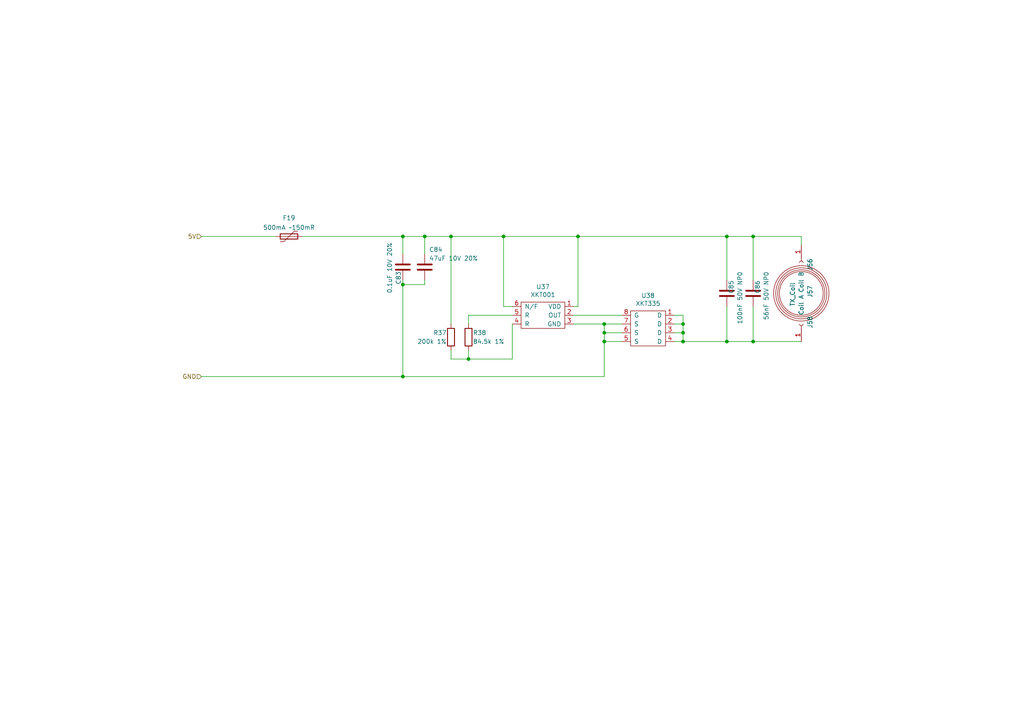
<source format=kicad_sch>
(kicad_sch (version 20211123) (generator eeschema)
  (paper "A4")
  (lib_symbols
    (symbol "Connector:Conn_01x01_Female" (pin_names (offset 1.016) hide)
      (property "Reference" "J" (at 0 2.54 0))
      (property "Value" "Conn_01x01_Female" (at 0 -2.54 0))
      (symbol "Conn_01x01_Female_1_1"
        (polyline (pts (xy -1.27 0) (xy -0.508 0)) (stroke (width 0.1524)))
        (arc (start 0 0.508) (mid -0.508 0) (end 0 -0.508) (stroke (width 0.1524)))
        (pin passive line (at -5.08 0 0) (length 3.81) (name "Pin_1") (number "1"))
      )
    )
    (symbol "Device:C" (pin_numbers hide) (pin_names (offset 0.254))
      (property "Reference" "C" (at 0.635 2.54 0))
      (property "Value" "C" (at 0.635 -2.54 0))
      (symbol "C_0_1"
        (polyline (pts (xy -2.032 -0.762) (xy 2.032 -0.762)) (stroke (width 0.508)))
        (polyline (pts (xy -2.032 0.762) (xy 2.032 0.762)) (stroke (width 0.508)))
      )
      (symbol "C_1_1"
        (pin passive line (at 0 3.81 270) (length 2.794) (name "~") (number "1"))
        (pin passive line (at 0 -3.81 90) (length 2.794) (name "~") (number "2"))
      )
    )
    (symbol "Device:Polyfuse" (pin_numbers hide) (pin_names (offset 0))
      (property "Reference" "F" (at -2.54 0 90))
      (property "Value" "Polyfuse" (at 2.54 0 90))
      (symbol "Polyfuse_0_1"
        (rectangle (start -0.762 2.54) (end 0.762 -2.54) (stroke (width 0.254)))
        (polyline (pts (xy 0 2.54) (xy 0 -2.54)))
        (polyline (pts (xy -1.524 2.54) (xy -1.524 1.524) (xy 1.524 -1.524) (xy 1.524 -2.54)))
      )
      (symbol "Polyfuse_1_1"
        (pin passive line (at 0 3.81 270) (length 1.27) (name "~") (number "1"))
        (pin passive line (at 0 -3.81 90) (length 1.27) (name "~") (number "2"))
      )
    )
    (symbol "Device:R" (pin_numbers hide) (pin_names (offset 0))
      (property "Reference" "R" (at 2.032 0 90))
      (property "Value" "R" (at 0 0 90))
      (symbol "R_0_1"
        (rectangle (start -1.016 -2.54) (end 1.016 2.54) (stroke (width 0.254)))
      )
      (symbol "R_1_1"
        (pin passive line (at 0 3.81 270) (length 1.27) (name "~") (number "1"))
        (pin passive line (at 0 -3.81 90) (length 1.27) (name "~") (number "2"))
      )
    )
    (symbol "Pixels-dice:TX_Coil"
      (property "Reference" "J" (at 0 10.16 0))
      (property "Value" "TX_Coil" (at 0 -10.16 0))
      (symbol "TX_Coil_0_1"
        (circle (center 0 0) (radius 6.35))
        (circle (center 0 0) (radius 6.8392))
        (circle (center 0 0) (radius 7.4053))
        (circle (center 0 0) (radius 8.0322))
      )
    )
    (symbol "Pixels-dice:XKT001" (pin_names (offset 1.016))
      (property "Reference" "U" (at 0 5.08 0))
      (property "Value" "XKT001" (at 0 -5.08 0))
      (symbol "XKT001_0_1"
        (rectangle (start -6.35 3.81) (end 6.35 -3.81))
      )
      (symbol "XKT001_1_1"
        (pin power_in line (at -8.89 2.54 0) (length 2.54) (name "VDD") (number "1"))
        (pin output line (at -8.89 0 0) (length 2.54) (name "OUT") (number "2"))
        (pin power_in line (at -8.89 -2.54 0) (length 2.54) (name "GND") (number "3"))
        (pin passive line (at 8.89 -2.54 180) (length 2.54) (name "R") (number "4"))
        (pin passive line (at 8.89 0 180) (length 2.54) (name "R") (number "5"))
        (pin input line (at 8.89 2.54 180) (length 2.54) (name "N/F") (number "6"))
      )
    )
    (symbol "Pixels-dice:XKT335" (pin_names (offset 1.016))
      (property "Reference" "U" (at 0 6.35 0))
      (property "Value" "XKT335" (at 0 -6.35 0))
      (symbol "XKT335_0_1"
        (rectangle (start -5.08 5.08) (end 5.08 -5.08))
      )
      (symbol "XKT335_1_1"
        (pin input line (at -7.62 3.81 0) (length 2.54) (name "D") (number "1"))
        (pin input line (at -7.62 1.27 0) (length 2.54) (name "D") (number "2"))
        (pin input line (at -7.62 -1.27 0) (length 2.54) (name "D") (number "3"))
        (pin input line (at -7.62 -3.81 0) (length 2.54) (name "D") (number "4"))
        (pin input line (at 7.62 -3.81 180) (length 2.54) (name "S") (number "5"))
        (pin input line (at 7.62 -1.27 180) (length 2.54) (name "S") (number "6"))
        (pin input line (at 7.62 1.27 180) (length 2.54) (name "S") (number "7"))
        (pin input line (at 7.62 3.81 180) (length 2.54) (name "G") (number "8"))
      )
    )
  )
  (junction (at 210.82 68.58))
  (junction (at 175.26 96.52))
  (junction (at 130.81 68.58))
  (junction (at 175.26 93.98))
  (junction (at 167.64 68.58))
  (junction (at 218.44 68.58))
  (junction (at 116.84 82.55))
  (junction (at 146.05 68.58))
  (junction (at 198.12 96.52))
  (junction (at 116.84 109.22))
  (junction (at 116.84 68.58))
  (junction (at 135.89 104.14))
  (junction (at 218.44 99.06))
  (junction (at 198.12 99.06))
  (junction (at 210.82 99.06))
  (junction (at 123.19 68.58))
  (junction (at 175.26 99.06))
  (junction (at 198.12 93.98))
  (wire (pts (xy 148.59 93.98) (xy 148.59 104.14)))
  (wire (pts (xy 218.44 99.06) (xy 232.41 99.06)))
  (wire (pts (xy 175.26 99.06) (xy 175.26 109.22)))
  (wire (pts (xy 146.05 88.9) (xy 148.59 88.9)))
  (wire (pts (xy 167.64 68.58) (xy 167.64 88.9)))
  (wire (pts (xy 135.89 104.14) (xy 130.81 104.14)))
  (wire (pts (xy 175.26 96.52) (xy 175.26 99.06)))
  (wire (pts (xy 166.37 88.9) (xy 167.64 88.9)))
  (wire (pts (xy 135.89 104.14) (xy 148.59 104.14)))
  (wire (pts (xy 135.89 93.98) (xy 135.89 91.44)))
  (wire (pts (xy 175.26 99.06) (xy 180.34 99.06)))
  (wire (pts (xy 218.44 81.28) (xy 218.44 68.58)))
  (wire (pts (xy 130.81 104.14) (xy 130.81 101.6)))
  (wire (pts (xy 123.19 81.28) (xy 123.19 82.55)))
  (wire (pts (xy 123.19 82.55) (xy 116.84 82.55)))
  (wire (pts (xy 210.82 88.9) (xy 210.82 99.06)))
  (wire (pts (xy 195.58 91.44) (xy 198.12 91.44)))
  (wire (pts (xy 135.89 91.44) (xy 148.59 91.44)))
  (wire (pts (xy 198.12 91.44) (xy 198.12 93.98)))
  (wire (pts (xy 218.44 88.9) (xy 218.44 99.06)))
  (wire (pts (xy 198.12 93.98) (xy 198.12 96.52)))
  (wire (pts (xy 195.58 96.52) (xy 198.12 96.52)))
  (wire (pts (xy 175.26 96.52) (xy 175.26 93.98)))
  (wire (pts (xy 180.34 93.98) (xy 175.26 93.98)))
  (wire (pts (xy 210.82 68.58) (xy 218.44 68.58)))
  (wire (pts (xy 116.84 81.28) (xy 116.84 82.55)))
  (wire (pts (xy 198.12 99.06) (xy 210.82 99.06)))
  (wire (pts (xy 58.42 68.58) (xy 80.01 68.58)))
  (wire (pts (xy 116.84 73.66) (xy 116.84 68.58)))
  (wire (pts (xy 123.19 68.58) (xy 123.19 73.66)))
  (wire (pts (xy 175.26 93.98) (xy 166.37 93.98)))
  (wire (pts (xy 210.82 99.06) (xy 218.44 99.06)))
  (wire (pts (xy 123.19 68.58) (xy 130.81 68.58)))
  (wire (pts (xy 232.41 68.58) (xy 218.44 68.58)))
  (wire (pts (xy 130.81 68.58) (xy 146.05 68.58)))
  (wire (pts (xy 232.41 71.12) (xy 232.41 68.58)))
  (wire (pts (xy 135.89 104.14) (xy 135.89 101.6)))
  (wire (pts (xy 116.84 82.55) (xy 116.84 109.22)))
  (wire (pts (xy 146.05 68.58) (xy 146.05 88.9)))
  (wire (pts (xy 58.42 109.22) (xy 116.84 109.22)))
  (wire (pts (xy 146.05 68.58) (xy 167.64 68.58)))
  (wire (pts (xy 87.63 68.58) (xy 116.84 68.58)))
  (wire (pts (xy 210.82 81.28) (xy 210.82 68.58)))
  (wire (pts (xy 180.34 96.52) (xy 175.26 96.52)))
  (wire (pts (xy 130.81 68.58) (xy 130.81 93.98)))
  (wire (pts (xy 116.84 109.22) (xy 175.26 109.22)))
  (wire (pts (xy 167.64 68.58) (xy 210.82 68.58)))
  (wire (pts (xy 195.58 93.98) (xy 198.12 93.98)))
  (wire (pts (xy 116.84 68.58) (xy 123.19 68.58)))
  (wire (pts (xy 198.12 99.06) (xy 195.58 99.06)))
  (wire (pts (xy 198.12 96.52) (xy 198.12 99.06)))
  (wire (pts (xy 166.37 91.44) (xy 180.34 91.44)))
  (hierarchical_label "GND" (shape input) (at 58.42 109.22 180))
  (hierarchical_label "5V" (shape input) (at 58.42 68.58 180))
  (symbol (lib_id "Pixels-dice:XKT335") (at 187.96 95.25 0) (mirror y)
    (property "Reference" "U38" (at 187.96 85.725 0))
    (property "Value" "XKT335" (at 187.96 88.0364 0))
    (property "Footprint" "Pixels-dice:SOIC-8_3.9x4.9mm_P1.27mm" (effects hide))
    (property "Manufacturer" "XKT" (effects hide))
    (property "Manufacturer Part Number" "XKT-335" (effects hide))
  )
  (symbol (lib_id "Device:Polyfuse") (at 83.82 68.58 90)
    (property "Reference" "F19" (at 83.82 63.2165 90))
    (property "Value" "500mA ~150mR" (at 83.82 65.9916 90))
    (property "Footprint" "Fuse:Fuse_0805_2012Metric" (effects hide))
    (property "LCSC Part Number" "C135329" (effects hide))
    (property "Manufacturer" "Shenzhen JDT Fuse" (effects hide))
    (property "Manufacturer Part Number" "ASMD0805-050" (effects hide))
  )
  (symbol (lib_id "Device:R") (at 130.81 97.79 0) (mirror x)
    (property "Reference" "R37" (at 129.54 96.52 0) (effects (justify right)))
    (property "Value" "200k 1%" (at 129.54 99.06 0) (effects (justify right)))
    (property "Footprint" "Resistor_SMD:R_0402_1005Metric" (effects hide))
    (property "LCSC Part Number" "C25764" (effects hide))
    (property "Manufacturer" "UNI-ROYAL(Uniroyal Elec)" (effects hide))
    (property "Manufacturer Part Number" "0402WGF2003TCE" (effects hide))
  )
  (symbol (lib_id "Device:C") (at 210.82 85.09 0) (mirror x)
    (property "Reference" "C85" (at 212.09 81.28 90) (effects (justify left)))
    (property "Value" "100nF 50V NP0" (at 214.63 78.74 90) (effects (justify left)))
    (property "Footprint" "Capacitor_SMD:C_1206_3216Metric" (effects hide))
    (property "LCSC Part Number" "C21812" (effects hide))
    (property "Manufacturer" "Murata" (effects hide))
    (property "Manufacturer Part Number" "GRM31C5C1H104JA01L" (effects hide))
  )
  (symbol (lib_id "Pixels-dice:XKT001") (at 157.48 91.44 0) (mirror y)
    (property "Reference" "U37" (at 157.48 83.185 0))
    (property "Value" "XKT001" (at 157.48 85.4964 0))
    (property "Footprint" "Package_TO_SOT_SMD:SOT-23-6" (effects hide))
    (property "Manufacturer" "XKT" (effects hide))
    (property "Manufacturer Part Number" "XKT-001" (effects hide))
  )
  (symbol (lib_id "Device:C") (at 116.84 77.47 0)
    (property "Reference" "C83" (at 115.57 82.55 90) (effects (justify left)))
    (property "Value" "0.1uF 10V 20%" (at 113.03 85.09 90) (effects (justify left)))
    (property "Footprint" "Capacitor_SMD:C_0402_1005Metric" (effects hide))
    (property "LCSC Part Number" "C2168305" (effects hide))
    (property "Manufacturer" "Murata" (effects hide))
    (property "Manufacturer Part Number" "GRM155R71E104KE14J" (effects hide))
  )
  (symbol (lib_id "Device:R") (at 135.89 97.79 0) (mirror x)
    (property "Reference" "R38" (at 137.16 96.52 0) (effects (justify left)))
    (property "Value" "84.5k 1%" (at 137.16 99.06 0) (effects (justify left)))
    (property "Footprint" "Resistor_SMD:R_0402_1005Metric" (effects hide))
    (property "LCSC Part Number" "C26988" (effects hide))
    (property "Manufacturer" "UNI-ROYAL(Uniroyal Elec)" (effects hide))
    (property "Manufacturer Part Number" "0402WGF8452TCE" (effects hide))
  )
  (symbol (lib_id "Device:C") (at 123.19 77.47 0)
    (property "Reference" "C84" (at 124.46 72.39 0) (effects (justify left)))
    (property "Value" "47uF 10V 20%" (at 124.46 74.93 0) (effects (justify left)))
    (property "Footprint" "Capacitor_SMD:C_1206_3216Metric" (effects hide))
    (property "LCSC Part Number" "C94034" (effects hide))
    (property "Manufacturer" "Murata" (effects hide))
    (property "Manufacturer Part Number" "GRM31CR61A476ME15L" (effects hide))
  )
  (symbol (lib_id "Device:C") (at 218.44 85.09 0) (mirror x)
    (property "Reference" "C86" (at 219.71 81.28 90) (effects (justify left)))
    (property "Value" "56nF 50V NP0" (at 222.25 78.74 90) (effects (justify left)))
    (property "Footprint" "Capacitor_SMD:C_1206_3216Metric" (effects hide))
    (property "LCSC Part Number" "C441752" (effects hide))
    (property "Manufacturer" "Murata" (effects hide))
    (property "Manufacturer Part Number" "GRM31M5C1H563JA01L" (effects hide))
  )
  (symbol (lib_id "Pixels-dice:TX_Coil") (at 232.41 85.09 0)
    (property "Reference" "J57" (at 234.95 86.36 90) (effects (justify left)))
    (property "Value" "TX_Coil" (at 229.87 88.9 90) (effects (justify left)))
    (property "Footprint" "Pixels-dice:TX Coil" (effects hide))
  )
  (symbol (lib_id "Connector:Conn_01x01_Female") (at 232.41 76.2 90) (mirror x)
    (property "Reference" "J56" (at 234.95 74.93 0) (effects (justify left)))
    (property "Value" "Coil B" (at 232.41 78.74 0) (effects (justify left)))
    (property "Footprint" "TestPoint:TestPoint_THTPad_D2.0mm_Drill1.0mm" (effects hide))
  )
  (symbol (lib_id "Connector:Conn_01x01_Female") (at 232.41 93.98 270) (mirror x)
    (property "Reference" "J58" (at 234.95 95.25 0) (effects (justify left)))
    (property "Value" "Coil A" (at 232.41 91.44 0) (effects (justify left)))
    (property "Footprint" "TestPoint:TestPoint_THTPad_D2.0mm_Drill1.0mm" (effects hide))
  )
)
</source>
